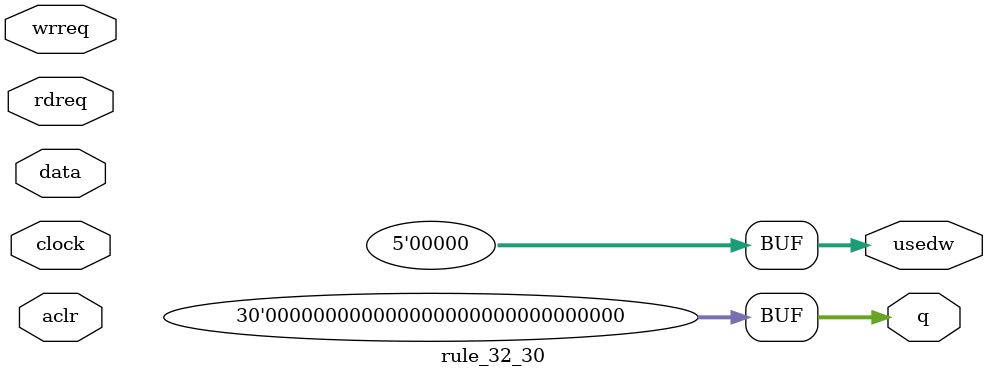
<source format=v>
module rule_32_30(	// file.cleaned.mlir:2:3
  input         aclr,	// file.cleaned.mlir:2:28
                clock,	// file.cleaned.mlir:2:43
  input  [29:0] data,	// file.cleaned.mlir:2:59
  input         rdreq,	// file.cleaned.mlir:2:75
                wrreq,	// file.cleaned.mlir:2:91
  output [29:0] q,	// file.cleaned.mlir:2:108
  output [4:0]  usedw	// file.cleaned.mlir:2:121
);

  assign q = 30'h0;	// file.cleaned.mlir:3:15, :5:5
  assign usedw = 5'h0;	// file.cleaned.mlir:4:14, :5:5
endmodule


</source>
